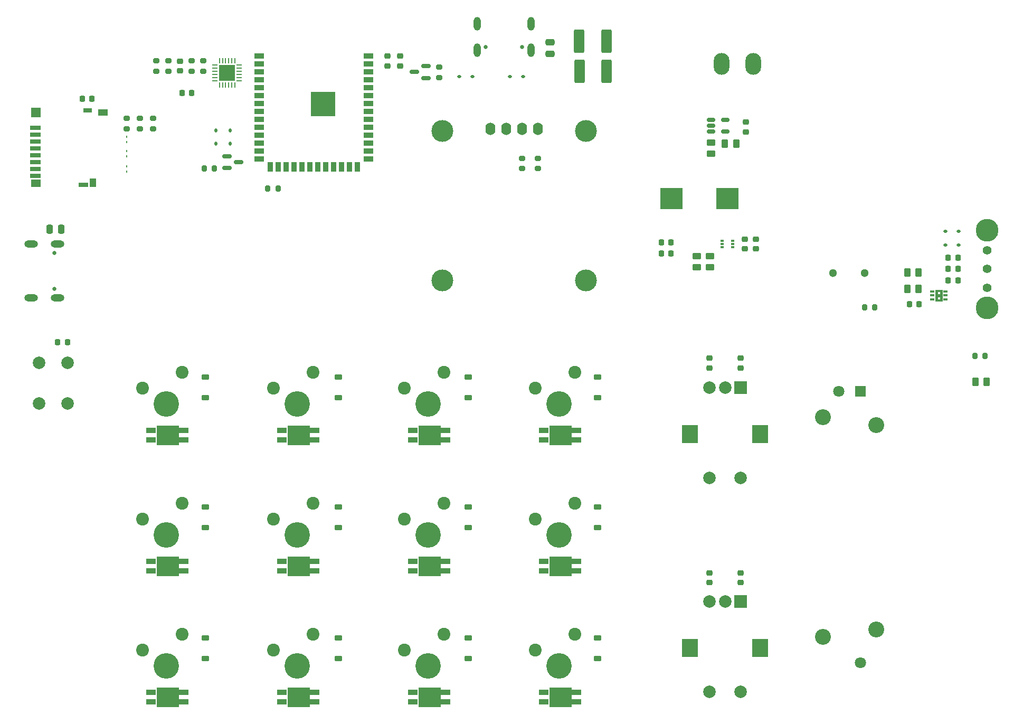
<source format=gbr>
%TF.GenerationSoftware,KiCad,Pcbnew,7.0.8*%
%TF.CreationDate,2023-12-13T13:42:29+01:00*%
%TF.ProjectId,keypad,6b657970-6164-42e6-9b69-6361645f7063,rev?*%
%TF.SameCoordinates,Original*%
%TF.FileFunction,Soldermask,Bot*%
%TF.FilePolarity,Negative*%
%FSLAX46Y46*%
G04 Gerber Fmt 4.6, Leading zero omitted, Abs format (unit mm)*
G04 Created by KiCad (PCBNEW 7.0.8) date 2023-12-13 13:42:29*
%MOMM*%
%LPD*%
G01*
G04 APERTURE LIST*
G04 Aperture macros list*
%AMRoundRect*
0 Rectangle with rounded corners*
0 $1 Rounding radius*
0 $2 $3 $4 $5 $6 $7 $8 $9 X,Y pos of 4 corners*
0 Add a 4 corners polygon primitive as box body*
4,1,4,$2,$3,$4,$5,$6,$7,$8,$9,$2,$3,0*
0 Add four circle primitives for the rounded corners*
1,1,$1+$1,$2,$3*
1,1,$1+$1,$4,$5*
1,1,$1+$1,$6,$7*
1,1,$1+$1,$8,$9*
0 Add four rect primitives between the rounded corners*
20,1,$1+$1,$2,$3,$4,$5,0*
20,1,$1+$1,$4,$5,$6,$7,0*
20,1,$1+$1,$6,$7,$8,$9,0*
20,1,$1+$1,$8,$9,$2,$3,0*%
%AMFreePoly0*
4,1,13,0.772354,0.410354,0.772500,0.410000,0.772500,-0.410000,0.772354,-0.410354,0.772000,-0.410500,-0.774000,-0.410500,-0.774354,-0.410354,-0.774500,-0.410000,-0.774500,0.410000,-0.774354,0.410354,-0.774000,0.410500,0.772000,0.410500,0.772354,0.410354,0.772354,0.410354,$1*%
%AMFreePoly1*
4,1,13,0.772354,0.410544,0.772500,0.410190,0.772500,-0.410000,0.772354,-0.410354,0.772000,-0.410500,-0.774000,-0.410500,-0.774354,-0.410354,-0.774500,-0.410000,-0.774500,0.410000,-0.774354,0.410354,-0.774000,0.410500,0.772000,0.410690,0.772354,0.410544,0.772354,0.410544,$1*%
%AMFreePoly2*
4,1,13,0.774354,0.410354,0.774500,0.410000,0.774500,-0.410000,0.774354,-0.410354,0.774000,-0.410500,-0.772000,-0.410500,-0.772354,-0.410354,-0.772500,-0.410000,-0.772500,0.410000,-0.772354,0.410354,-0.772000,0.410500,0.774000,0.410500,0.774354,0.410354,0.774354,0.410354,$1*%
G04 Aperture macros list end*
%ADD10C,0.010000*%
%ADD11C,0.100000*%
%ADD12C,4.089400*%
%ADD13C,2.057400*%
%ADD14R,2.000000X2.000000*%
%ADD15C,2.000000*%
%ADD16R,2.500000X3.000000*%
%ADD17C,3.500000*%
%ADD18O,1.600000X2.000000*%
%ADD19C,1.300000*%
%ADD20C,0.650000*%
%ADD21O,2.200000X1.150000*%
%ADD22O,1.150000X2.200000*%
%ADD23C,1.400000*%
%ADD24C,3.653000*%
%ADD25R,1.800000X1.800000*%
%ADD26C,1.800000*%
%ADD27C,2.550000*%
%ADD28RoundRect,0.200000X0.275000X-0.200000X0.275000X0.200000X-0.275000X0.200000X-0.275000X-0.200000X0*%
%ADD29FreePoly0,0.000000*%
%ADD30FreePoly1,0.000000*%
%ADD31FreePoly2,0.000000*%
%ADD32RoundRect,0.250000X-0.450000X0.262500X-0.450000X-0.262500X0.450000X-0.262500X0.450000X0.262500X0*%
%ADD33R,3.550000X3.500000*%
%ADD34RoundRect,0.062500X0.062500X-0.350000X0.062500X0.350000X-0.062500X0.350000X-0.062500X-0.350000X0*%
%ADD35RoundRect,0.062500X0.350000X-0.062500X0.350000X0.062500X-0.350000X0.062500X-0.350000X-0.062500X0*%
%ADD36R,2.600000X2.600000*%
%ADD37RoundRect,0.200000X-0.275000X0.200000X-0.275000X-0.200000X0.275000X-0.200000X0.275000X0.200000X0*%
%ADD38RoundRect,0.225000X0.225000X0.250000X-0.225000X0.250000X-0.225000X-0.250000X0.225000X-0.250000X0*%
%ADD39RoundRect,0.150000X0.587500X0.150000X-0.587500X0.150000X-0.587500X-0.150000X0.587500X-0.150000X0*%
%ADD40RoundRect,0.112500X-0.187500X-0.112500X0.187500X-0.112500X0.187500X0.112500X-0.187500X0.112500X0*%
%ADD41O,2.550000X3.500000*%
%ADD42RoundRect,0.225000X-0.225000X-0.250000X0.225000X-0.250000X0.225000X0.250000X-0.225000X0.250000X0*%
%ADD43RoundRect,0.200000X0.200000X0.275000X-0.200000X0.275000X-0.200000X-0.275000X0.200000X-0.275000X0*%
%ADD44RoundRect,0.225000X0.375000X-0.225000X0.375000X0.225000X-0.375000X0.225000X-0.375000X-0.225000X0*%
%ADD45RoundRect,0.062500X0.062500X-0.117500X0.062500X0.117500X-0.062500X0.117500X-0.062500X-0.117500X0*%
%ADD46RoundRect,0.225000X-0.250000X0.225000X-0.250000X-0.225000X0.250000X-0.225000X0.250000X0.225000X0*%
%ADD47RoundRect,0.112500X0.187500X0.112500X-0.187500X0.112500X-0.187500X-0.112500X0.187500X-0.112500X0*%
%ADD48RoundRect,0.250000X-0.262500X-0.450000X0.262500X-0.450000X0.262500X0.450000X-0.262500X0.450000X0*%
%ADD49RoundRect,0.225000X0.250000X-0.225000X0.250000X0.225000X-0.250000X0.225000X-0.250000X-0.225000X0*%
%ADD50RoundRect,0.250000X0.475000X-0.250000X0.475000X0.250000X-0.475000X0.250000X-0.475000X-0.250000X0*%
%ADD51RoundRect,0.150000X-0.512500X-0.150000X0.512500X-0.150000X0.512500X0.150000X-0.512500X0.150000X0*%
%ADD52R,1.500000X0.900000*%
%ADD53R,0.900000X1.500000*%
%ADD54C,0.600000*%
%ADD55R,3.900000X3.900000*%
%ADD56C,0.800000*%
%ADD57RoundRect,0.250000X0.587500X1.625000X-0.587500X1.625000X-0.587500X-1.625000X0.587500X-1.625000X0*%
%ADD58RoundRect,0.200000X-0.200000X-0.275000X0.200000X-0.275000X0.200000X0.275000X-0.200000X0.275000X0*%
%ADD59RoundRect,0.150000X-0.587500X-0.150000X0.587500X-0.150000X0.587500X0.150000X-0.587500X0.150000X0*%
%ADD60R,1.750000X0.700000*%
%ADD61R,1.000000X1.450000*%
%ADD62R,1.550000X1.000000*%
%ADD63R,1.500000X0.800000*%
%ADD64R,1.500000X1.300000*%
%ADD65R,1.500000X1.500000*%
%ADD66R,1.400000X0.800000*%
%ADD67RoundRect,0.250000X0.250000X0.475000X-0.250000X0.475000X-0.250000X-0.475000X0.250000X-0.475000X0*%
%ADD68RoundRect,0.250000X0.262500X0.450000X-0.262500X0.450000X-0.262500X-0.450000X0.262500X-0.450000X0*%
%ADD69R,0.700000X0.300000*%
%ADD70R,0.475000X0.300000*%
%ADD71RoundRect,0.112500X-0.112500X0.187500X-0.112500X-0.187500X0.112500X-0.187500X0.112500X0.187500X0*%
%ADD72RoundRect,0.250000X0.450000X-0.262500X0.450000X0.262500X-0.450000X0.262500X-0.450000X-0.262500X0*%
G04 APERTURE END LIST*
%TO.C,U6*%
D10*
X117639850Y-109863400D02*
X114139850Y-109863400D01*
X114139850Y-106763400D01*
X117639850Y-106763400D01*
X117639850Y-109863400D01*
G36*
X117639850Y-109863400D02*
G01*
X114139850Y-109863400D01*
X114139850Y-106763400D01*
X117639850Y-106763400D01*
X117639850Y-109863400D01*
G37*
%TO.C,U5*%
X96639850Y-109863400D02*
X93139850Y-109863400D01*
X93139850Y-106763400D01*
X96639850Y-106763400D01*
X96639850Y-109863400D01*
G36*
X96639850Y-109863400D02*
G01*
X93139850Y-109863400D01*
X93139850Y-106763400D01*
X96639850Y-106763400D01*
X96639850Y-109863400D01*
G37*
%TO.C,U9*%
X96639850Y-130863400D02*
X93139850Y-130863400D01*
X93139850Y-127763400D01*
X96639850Y-127763400D01*
X96639850Y-130863400D01*
G36*
X96639850Y-130863400D02*
G01*
X93139850Y-130863400D01*
X93139850Y-127763400D01*
X96639850Y-127763400D01*
X96639850Y-130863400D01*
G37*
%TO.C,U12*%
X75639850Y-151863400D02*
X72139850Y-151863400D01*
X72139850Y-148763400D01*
X75639850Y-148763400D01*
X75639850Y-151863400D01*
G36*
X75639850Y-151863400D02*
G01*
X72139850Y-151863400D01*
X72139850Y-148763400D01*
X75639850Y-148763400D01*
X75639850Y-151863400D01*
G37*
%TO.C,U27*%
X138639850Y-151863400D02*
X135139850Y-151863400D01*
X135139850Y-148763400D01*
X138639850Y-148763400D01*
X138639850Y-151863400D01*
G36*
X138639850Y-151863400D02*
G01*
X135139850Y-151863400D01*
X135139850Y-148763400D01*
X138639850Y-148763400D01*
X138639850Y-151863400D01*
G37*
%TO.C,U10*%
X117639850Y-130863400D02*
X114139850Y-130863400D01*
X114139850Y-127763400D01*
X117639850Y-127763400D01*
X117639850Y-130863400D01*
G36*
X117639850Y-130863400D02*
G01*
X114139850Y-130863400D01*
X114139850Y-127763400D01*
X117639850Y-127763400D01*
X117639850Y-130863400D01*
G37*
%TO.C,U13*%
X96639850Y-151863400D02*
X93139850Y-151863400D01*
X93139850Y-148763400D01*
X96639850Y-148763400D01*
X96639850Y-151863400D01*
G36*
X96639850Y-151863400D02*
G01*
X93139850Y-151863400D01*
X93139850Y-148763400D01*
X96639850Y-148763400D01*
X96639850Y-151863400D01*
G37*
%TO.C,U7*%
X138639850Y-109863400D02*
X135139850Y-109863400D01*
X135139850Y-106763400D01*
X138639850Y-106763400D01*
X138639850Y-109863400D01*
G36*
X138639850Y-109863400D02*
G01*
X135139850Y-109863400D01*
X135139850Y-106763400D01*
X138639850Y-106763400D01*
X138639850Y-109863400D01*
G37*
%TO.C,U2*%
D11*
X198183100Y-85331700D02*
X197040100Y-85331700D01*
X197040100Y-85061800D01*
X198183100Y-85061800D01*
X198183100Y-85331700D01*
G36*
X198183100Y-85331700D02*
G01*
X197040100Y-85331700D01*
X197040100Y-85061800D01*
X198183100Y-85061800D01*
X198183100Y-85331700D01*
G37*
X198183100Y-86119100D02*
X197040100Y-86119100D01*
X197040100Y-85731700D01*
X198183100Y-85731700D01*
X198183100Y-86119100D01*
G36*
X198183100Y-86119100D02*
G01*
X197040100Y-86119100D01*
X197040100Y-85731700D01*
X198183100Y-85731700D01*
X198183100Y-86119100D01*
G37*
X197411600Y-86789000D02*
X197040100Y-86789000D01*
X197040100Y-85061800D01*
X197411600Y-85061800D01*
X197411600Y-86789000D01*
G36*
X197411600Y-86789000D02*
G01*
X197040100Y-86789000D01*
X197040100Y-85061800D01*
X197411600Y-85061800D01*
X197411600Y-86789000D01*
G37*
X198183100Y-86789000D02*
X197040100Y-86789000D01*
X197040100Y-86519100D01*
X198183100Y-86519100D01*
X198183100Y-86789000D01*
G36*
X198183100Y-86789000D02*
G01*
X197040100Y-86789000D01*
X197040100Y-86519100D01*
X198183100Y-86519100D01*
X198183100Y-86789000D01*
G37*
X198183100Y-86789000D02*
X197811600Y-86789000D01*
X197811600Y-85061800D01*
X198183100Y-85061800D01*
X198183100Y-86789000D01*
G36*
X198183100Y-86789000D02*
G01*
X197811600Y-86789000D01*
X197811600Y-85061800D01*
X198183100Y-85061800D01*
X198183100Y-86789000D01*
G37*
%TO.C,U14*%
D10*
X117639850Y-151863400D02*
X114139850Y-151863400D01*
X114139850Y-148763400D01*
X117639850Y-148763400D01*
X117639850Y-151863400D01*
G36*
X117639850Y-151863400D02*
G01*
X114139850Y-151863400D01*
X114139850Y-148763400D01*
X117639850Y-148763400D01*
X117639850Y-151863400D01*
G37*
%TO.C,U8*%
X75639850Y-130863400D02*
X72139850Y-130863400D01*
X72139850Y-127763400D01*
X75639850Y-127763400D01*
X75639850Y-130863400D01*
G36*
X75639850Y-130863400D02*
G01*
X72139850Y-130863400D01*
X72139850Y-127763400D01*
X75639850Y-127763400D01*
X75639850Y-130863400D01*
G37*
%TO.C,U11*%
X138639850Y-130863400D02*
X135139850Y-130863400D01*
X135139850Y-127763400D01*
X138639850Y-127763400D01*
X138639850Y-130863400D01*
G36*
X138639850Y-130863400D02*
G01*
X135139850Y-130863400D01*
X135139850Y-127763400D01*
X138639850Y-127763400D01*
X138639850Y-130863400D01*
G37*
%TO.C,U4*%
X75639850Y-109863400D02*
X72139850Y-109863400D01*
X72139850Y-106763400D01*
X75639850Y-106763400D01*
X75639850Y-109863400D01*
G36*
X75639850Y-109863400D02*
G01*
X72139850Y-109863400D01*
X72139850Y-106763400D01*
X75639850Y-106763400D01*
X75639850Y-109863400D01*
G37*
%TD*%
D12*
%TO.C,SW39*%
X115726600Y-124313400D03*
D13*
X111916600Y-121773400D03*
X118266600Y-119233400D03*
%TD*%
D12*
%TO.C,SW46*%
X136726600Y-145313400D03*
D13*
X132916600Y-142773400D03*
X139266600Y-140233400D03*
%TD*%
D14*
%TO.C,SW1*%
X165828425Y-134952900D03*
D15*
X160828425Y-134952900D03*
X163328425Y-134952900D03*
D16*
X168928425Y-142452900D03*
X157728425Y-142452900D03*
D15*
X165828425Y-149452900D03*
X160828425Y-149452900D03*
%TD*%
D12*
%TO.C,SW26*%
X73726600Y-103313400D03*
D13*
X69916600Y-100773400D03*
X76266600Y-98233400D03*
%TD*%
D12*
%TO.C,SW28*%
X73726600Y-145313400D03*
D13*
X69916600Y-142773400D03*
X76266600Y-140233400D03*
%TD*%
D12*
%TO.C,SW32*%
X94726600Y-103313400D03*
D13*
X90916600Y-100773400D03*
X97266600Y-98233400D03*
%TD*%
D17*
%TO.C,Brd1*%
X118014600Y-59518750D03*
X118014600Y-83518750D03*
X141014600Y-59518750D03*
X141014600Y-83518750D03*
D18*
X125714600Y-59234000D03*
X128254600Y-59234000D03*
X130794600Y-59234000D03*
X133334600Y-59234000D03*
%TD*%
D12*
%TO.C,SW38*%
X115726600Y-103313400D03*
D13*
X111916600Y-100773400D03*
X118266600Y-98233400D03*
%TD*%
D15*
%TO.C,SW25*%
X53331800Y-103261200D03*
X53331800Y-96761200D03*
X57831800Y-103261200D03*
X57831800Y-96761200D03*
%TD*%
D19*
%TO.C,B1*%
X180674000Y-82296000D03*
X185674000Y-82296000D03*
%TD*%
D12*
%TO.C,SW34*%
X94726600Y-145313400D03*
D13*
X90916600Y-142773400D03*
X97266600Y-140233400D03*
%TD*%
D12*
%TO.C,SW40*%
X115726600Y-145313400D03*
D13*
X111916600Y-142773400D03*
X118266600Y-140233400D03*
%TD*%
D14*
%TO.C,SW2*%
X165828425Y-100673900D03*
D15*
X160828425Y-100673900D03*
X163328425Y-100673900D03*
D16*
X168928425Y-108173900D03*
X157728425Y-108173900D03*
D15*
X165828425Y-115173900D03*
X160828425Y-115173900D03*
%TD*%
D20*
%TO.C,J3*%
X55719600Y-79072400D03*
X55719600Y-84852400D03*
D21*
X56219600Y-77642400D03*
X52039600Y-77642400D03*
X52039600Y-86282400D03*
X56219600Y-86282400D03*
%TD*%
D12*
%TO.C,SW45*%
X136726600Y-124313400D03*
D13*
X132916600Y-121773400D03*
X139266600Y-119233400D03*
%TD*%
D12*
%TO.C,SW44*%
X136726600Y-103313400D03*
D13*
X132916600Y-100773400D03*
X139266600Y-98233400D03*
%TD*%
D12*
%TO.C,SW33*%
X94726600Y-124313400D03*
D13*
X90916600Y-121773400D03*
X97266600Y-119233400D03*
%TD*%
D20*
%TO.C,J2*%
X130742100Y-46083000D03*
X124962100Y-46083000D03*
D22*
X132172100Y-46583000D03*
X132172100Y-42403000D03*
X123532100Y-42403000D03*
X123532100Y-46583000D03*
%TD*%
D23*
%TO.C,S2*%
X205400000Y-84680000D03*
X205400000Y-81680000D03*
X205400000Y-78680000D03*
D24*
X205400000Y-87930000D03*
X205400000Y-75430000D03*
%TD*%
D12*
%TO.C,SW27*%
X73726600Y-124313400D03*
D13*
X69916600Y-121773400D03*
X76266600Y-119233400D03*
%TD*%
D25*
%TO.C,RV1*%
X185054800Y-101331709D03*
D26*
X181554800Y-101331709D03*
X185054800Y-144831709D03*
D27*
X187554800Y-106681709D03*
X187554800Y-139481709D03*
X179054800Y-105481709D03*
X179054800Y-140681709D03*
%TD*%
D28*
%TO.C,R7*%
X74010000Y-49965000D03*
X74010000Y-48315000D03*
%TD*%
D29*
%TO.C,U6*%
X118517850Y-109063400D03*
D30*
X118517850Y-107563400D03*
D31*
X113261850Y-107563400D03*
X113261850Y-109063400D03*
%TD*%
D29*
%TO.C,U5*%
X97517850Y-109063400D03*
D30*
X97517850Y-107563400D03*
D31*
X92261850Y-107563400D03*
X92261850Y-109063400D03*
%TD*%
D32*
%TO.C,R4*%
X161100000Y-61387500D03*
X161100000Y-63212500D03*
%TD*%
D33*
%TO.C,L1*%
X154725000Y-70400000D03*
X163675000Y-70400000D03*
%TD*%
D34*
%TO.C,U3*%
X84720000Y-52197500D03*
X84220000Y-52197500D03*
X83720000Y-52197500D03*
X83220000Y-52197500D03*
X82720000Y-52197500D03*
X82220000Y-52197500D03*
D35*
X81532500Y-51510000D03*
X81532500Y-51010000D03*
X81532500Y-50510000D03*
X81532500Y-50010000D03*
X81532500Y-49510000D03*
X81532500Y-49010000D03*
D34*
X82220000Y-48322500D03*
X82720000Y-48322500D03*
X83220000Y-48322500D03*
X83720000Y-48322500D03*
X84220000Y-48322500D03*
X84720000Y-48322500D03*
D35*
X85407500Y-49010000D03*
X85407500Y-49510000D03*
X85407500Y-50010000D03*
X85407500Y-50510000D03*
X85407500Y-51010000D03*
X85407500Y-51510000D03*
D36*
X83470000Y-50260000D03*
%TD*%
D37*
%TO.C,R5*%
X72120000Y-48315000D03*
X72120000Y-49965000D03*
%TD*%
D38*
%TO.C,C3*%
X200660000Y-79870000D03*
X199110000Y-79870000D03*
%TD*%
D37*
%TO.C,R8*%
X79595000Y-48315000D03*
X79595000Y-49965000D03*
%TD*%
%TO.C,R15*%
X71600000Y-57561400D03*
X71600000Y-59211400D03*
%TD*%
D28*
%TO.C,R6*%
X130794600Y-65581500D03*
X130794600Y-63931500D03*
%TD*%
D39*
%TO.C,Q1*%
X115350000Y-49150000D03*
X115350000Y-51050000D03*
X113475000Y-50100000D03*
%TD*%
D40*
%TO.C,D15*%
X128812500Y-50790000D03*
X130912500Y-50790000D03*
%TD*%
D41*
%TO.C,J1*%
X162759400Y-48831000D03*
X167839400Y-48831000D03*
%TD*%
D42*
%TO.C,C10*%
X60225000Y-54350000D03*
X61775000Y-54350000D03*
%TD*%
D28*
%TO.C,R9*%
X77745000Y-49965000D03*
X77745000Y-48315000D03*
%TD*%
D38*
%TO.C,C6*%
X77765000Y-53440000D03*
X76215000Y-53440000D03*
%TD*%
D43*
%TO.C,R11*%
X81425000Y-65525000D03*
X79775000Y-65525000D03*
%TD*%
D29*
%TO.C,U9*%
X97517850Y-130063400D03*
D30*
X97517850Y-128563400D03*
D31*
X92261850Y-128563400D03*
X92261850Y-130063400D03*
%TD*%
D29*
%TO.C,U12*%
X76517850Y-151063400D03*
D30*
X76517850Y-149563400D03*
D31*
X71261850Y-149563400D03*
X71261850Y-151063400D03*
%TD*%
D44*
%TO.C,D31*%
X101289150Y-102300000D03*
X101289150Y-99000000D03*
%TD*%
D29*
%TO.C,U27*%
X139517850Y-151063400D03*
D30*
X139517850Y-149563400D03*
D31*
X134261850Y-149563400D03*
X134261850Y-151063400D03*
%TD*%
D45*
%TO.C,D23*%
X67310000Y-60489200D03*
X67310000Y-61329200D03*
%TD*%
D44*
%TO.C,D28*%
X79971750Y-102300000D03*
X79971750Y-99000000D03*
%TD*%
D37*
%TO.C,R13*%
X67350000Y-57561400D03*
X67350000Y-59211400D03*
%TD*%
D45*
%TO.C,D24*%
X67310000Y-62775200D03*
X67310000Y-63615200D03*
%TD*%
D38*
%TO.C,C17*%
X154675000Y-79178000D03*
X153125000Y-79178000D03*
%TD*%
D46*
%TO.C,C15*%
X166700000Y-58145000D03*
X166700000Y-59695000D03*
%TD*%
D44*
%TO.C,D29*%
X79971750Y-123163100D03*
X79971750Y-119863100D03*
%TD*%
D29*
%TO.C,U10*%
X118517850Y-130063400D03*
D30*
X118517850Y-128563400D03*
D31*
X113261850Y-128563400D03*
X113261850Y-130063400D03*
%TD*%
D29*
%TO.C,U13*%
X97517850Y-151063400D03*
D30*
X97517850Y-149563400D03*
D31*
X92261850Y-149563400D03*
X92261850Y-151063400D03*
%TD*%
D47*
%TO.C,D14*%
X200770000Y-75650000D03*
X198670000Y-75650000D03*
%TD*%
D38*
%TO.C,C4*%
X200660000Y-81650000D03*
X199110000Y-81650000D03*
%TD*%
D44*
%TO.C,D32*%
X101289150Y-123163100D03*
X101289150Y-119863100D03*
%TD*%
D48*
%TO.C,R18*%
X203490800Y-99761100D03*
X205315800Y-99761100D03*
%TD*%
D49*
%TO.C,C12*%
X160828425Y-131941300D03*
X160828425Y-130391300D03*
%TD*%
D38*
%TO.C,C2*%
X194432500Y-87281400D03*
X192882500Y-87281400D03*
%TD*%
D44*
%TO.C,D30*%
X79971750Y-144163100D03*
X79971750Y-140863100D03*
%TD*%
D50*
%TO.C,R23*%
X135280000Y-47233000D03*
X135280000Y-45333000D03*
%TD*%
D49*
%TO.C,C18*%
X168278000Y-78475000D03*
X168278000Y-76925000D03*
%TD*%
D44*
%TO.C,D37*%
X142875550Y-102300000D03*
X142875550Y-99000000D03*
%TD*%
D51*
%TO.C,U15*%
X161062500Y-59650000D03*
X161062500Y-58700000D03*
X161062500Y-57750000D03*
X163337500Y-57750000D03*
X163337500Y-59650000D03*
%TD*%
D52*
%TO.C,U1*%
X106094400Y-47550400D03*
X106094400Y-48820400D03*
X106094400Y-50090400D03*
X106094400Y-51360400D03*
X106094400Y-52630400D03*
X106094400Y-53900400D03*
X106094400Y-55170400D03*
X106094400Y-56440400D03*
X106094400Y-57710400D03*
X106094400Y-58980400D03*
X106094400Y-60250400D03*
X106094400Y-61520400D03*
X106094400Y-62790400D03*
X106094400Y-64060400D03*
D53*
X104329400Y-65310400D03*
X103059400Y-65310400D03*
X101789400Y-65310400D03*
X100519400Y-65310400D03*
X99249400Y-65310400D03*
X97979400Y-65310400D03*
X96709400Y-65310400D03*
X95439400Y-65310400D03*
X94169400Y-65310400D03*
X92899400Y-65310400D03*
X91629400Y-65310400D03*
X90359400Y-65310400D03*
D52*
X88594400Y-64060400D03*
X88594400Y-62790400D03*
X88594400Y-61520400D03*
X88594400Y-60250400D03*
X88594400Y-58980400D03*
X88594400Y-57710400D03*
X88594400Y-56440400D03*
X88594400Y-55170400D03*
X88594400Y-53900400D03*
X88594400Y-52630400D03*
X88594400Y-51360400D03*
X88594400Y-50090400D03*
X88594400Y-48820400D03*
X88594400Y-47550400D03*
D54*
X100244400Y-55970400D03*
X100244400Y-54570400D03*
X99544400Y-56670400D03*
X99544400Y-55270400D03*
X99544400Y-53870400D03*
X98844400Y-55970400D03*
D55*
X98844400Y-55270400D03*
D54*
X98844400Y-54570400D03*
X98144400Y-56670400D03*
X98144400Y-55270400D03*
D56*
X98144400Y-53870400D03*
D54*
X97444400Y-55970400D03*
X97444400Y-54570400D03*
%TD*%
D57*
%TO.C,D17*%
X144347500Y-49980000D03*
X139972500Y-49980000D03*
%TD*%
D48*
%TO.C,R2*%
X163287500Y-61570000D03*
X165112500Y-61570000D03*
%TD*%
D58*
%TO.C,R20*%
X89979400Y-68820000D03*
X91629400Y-68820000D03*
%TD*%
D49*
%TO.C,C14*%
X160828425Y-97550300D03*
X160828425Y-96000300D03*
%TD*%
D44*
%TO.C,D33*%
X101289150Y-144163100D03*
X101289150Y-140863100D03*
%TD*%
D45*
%TO.C,D25*%
X67360800Y-65213600D03*
X67360800Y-66053600D03*
%TD*%
D59*
%TO.C,Q2*%
X83467500Y-65510400D03*
X83467500Y-63610400D03*
X85342500Y-64560400D03*
%TD*%
D44*
%TO.C,D39*%
X142875550Y-144163100D03*
X142875550Y-140863100D03*
%TD*%
D60*
%TO.C,J4*%
X52705000Y-59020000D03*
X52705000Y-60120000D03*
X52705000Y-61220000D03*
X52705000Y-62320000D03*
X52705000Y-63420000D03*
X52705000Y-64520000D03*
X52705000Y-65620000D03*
X52705000Y-66720000D03*
D61*
X61930000Y-67845000D03*
D62*
X63505000Y-56620000D03*
D63*
X60430000Y-68170000D03*
D64*
X52830000Y-67920000D03*
D65*
X52830000Y-56570000D03*
D66*
X61080000Y-56220000D03*
%TD*%
D49*
%TO.C,C5*%
X75895000Y-49915000D03*
X75895000Y-48365000D03*
%TD*%
D29*
%TO.C,U7*%
X139517850Y-109063400D03*
D30*
X139517850Y-107563400D03*
D31*
X134261850Y-107563400D03*
X134261850Y-109063400D03*
%TD*%
D44*
%TO.C,D35*%
X122160000Y-123163100D03*
X122160000Y-119863100D03*
%TD*%
D46*
%TO.C,C11*%
X165828425Y-130391300D03*
X165828425Y-131941300D03*
%TD*%
D38*
%TO.C,C1*%
X200660000Y-83490000D03*
X199110000Y-83490000D03*
%TD*%
D67*
%TO.C,R22*%
X56869600Y-75310000D03*
X54969600Y-75310000D03*
%TD*%
D48*
%TO.C,R1*%
X192545000Y-84865700D03*
X194370000Y-84865700D03*
%TD*%
D57*
%TO.C,D18*%
X144277500Y-45150000D03*
X139902500Y-45150000D03*
%TD*%
D44*
%TO.C,D34*%
X122160000Y-102300000D03*
X122160000Y-99000000D03*
%TD*%
D38*
%TO.C,C16*%
X154675000Y-77400000D03*
X153125000Y-77400000D03*
%TD*%
D68*
%TO.C,R3*%
X194370000Y-82230000D03*
X192545000Y-82230000D03*
%TD*%
D44*
%TO.C,D36*%
X122160000Y-144163100D03*
X122160000Y-140863100D03*
%TD*%
D58*
%TO.C,R19*%
X185679000Y-87826000D03*
X187329000Y-87826000D03*
%TD*%
D69*
%TO.C,U2*%
X196561600Y-86575399D03*
X196561600Y-85925400D03*
X196561600Y-85275401D03*
X198661600Y-85275401D03*
X198661600Y-85925400D03*
X198661600Y-86575399D03*
%TD*%
D47*
%TO.C,D20*%
X200770000Y-77870000D03*
X198670000Y-77870000D03*
%TD*%
D32*
%TO.C,R12*%
X160900000Y-79587500D03*
X160900000Y-81412500D03*
%TD*%
D37*
%TO.C,R10*%
X117475000Y-49350000D03*
X117475000Y-51000000D03*
%TD*%
D40*
%TO.C,D16*%
X120730000Y-50790000D03*
X122830000Y-50790000D03*
%TD*%
D49*
%TO.C,C8*%
X111217200Y-49100400D03*
X111217200Y-47550400D03*
%TD*%
D46*
%TO.C,C13*%
X165828425Y-96000300D03*
X165828425Y-97550300D03*
%TD*%
D29*
%TO.C,U14*%
X118517850Y-151063400D03*
D30*
X118517850Y-149563400D03*
D31*
X113261850Y-149563400D03*
X113261850Y-151063400D03*
%TD*%
D28*
%TO.C,R21*%
X133334600Y-65581500D03*
X133334600Y-63931500D03*
%TD*%
D49*
%TO.C,C19*%
X166500000Y-78475000D03*
X166500000Y-76925000D03*
%TD*%
%TO.C,C7*%
X109210600Y-49100400D03*
X109210600Y-47550400D03*
%TD*%
D38*
%TO.C,C9*%
X57831800Y-93445400D03*
X56281800Y-93445400D03*
%TD*%
D70*
%TO.C,IC1*%
X162862000Y-78200000D03*
X162862000Y-77700000D03*
X162862000Y-77200000D03*
X164538000Y-77200000D03*
X164538000Y-77700000D03*
X164538000Y-78200000D03*
%TD*%
D44*
%TO.C,D38*%
X142875550Y-123163100D03*
X142875550Y-119863100D03*
%TD*%
D71*
%TO.C,D21*%
X81650000Y-59450000D03*
X81650000Y-61550000D03*
%TD*%
D72*
%TO.C,R16*%
X158800000Y-81412500D03*
X158800000Y-79587500D03*
%TD*%
D37*
%TO.C,R14*%
X69500000Y-57561400D03*
X69500000Y-59211400D03*
%TD*%
D29*
%TO.C,U8*%
X76517850Y-130063400D03*
D30*
X76517850Y-128563400D03*
D31*
X71261850Y-128563400D03*
X71261850Y-130063400D03*
%TD*%
D29*
%TO.C,U11*%
X139517850Y-130063400D03*
D30*
X139517850Y-128563400D03*
D31*
X134261850Y-128563400D03*
X134261850Y-130063400D03*
%TD*%
D71*
%TO.C,D19*%
X83975000Y-59450000D03*
X83975000Y-61550000D03*
%TD*%
D58*
%TO.C,R17*%
X203378300Y-95592200D03*
X205028300Y-95592200D03*
%TD*%
D29*
%TO.C,U4*%
X76517850Y-109063400D03*
D30*
X76517850Y-107563400D03*
D31*
X71261850Y-107563400D03*
X71261850Y-109063400D03*
%TD*%
M02*

</source>
